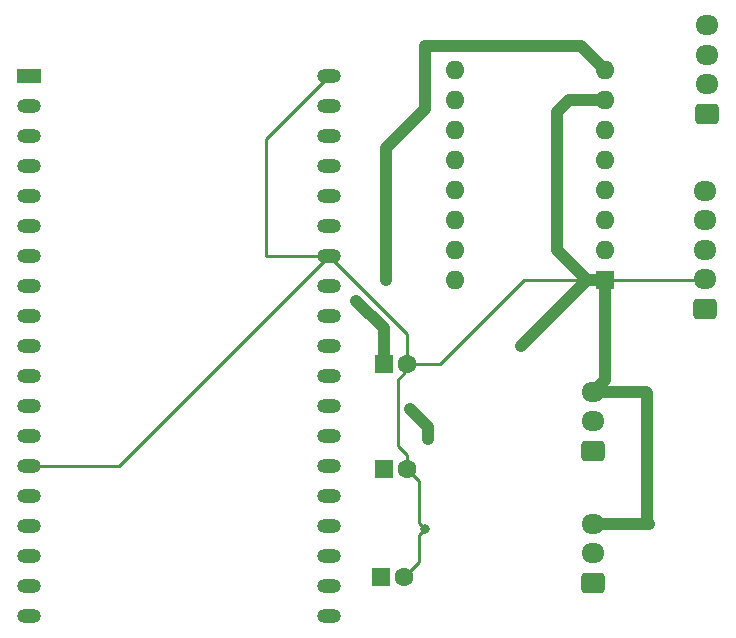
<source format=gbr>
%TF.GenerationSoftware,KiCad,Pcbnew,7.0.10*%
%TF.CreationDate,2024-01-30T21:32:49-08:00*%
%TF.ProjectId,pcb,7063622e-6b69-4636-9164-5f7063625858,rev?*%
%TF.SameCoordinates,Original*%
%TF.FileFunction,Copper,L2,Bot*%
%TF.FilePolarity,Positive*%
%FSLAX46Y46*%
G04 Gerber Fmt 4.6, Leading zero omitted, Abs format (unit mm)*
G04 Created by KiCad (PCBNEW 7.0.10) date 2024-01-30 21:32:49*
%MOMM*%
%LPD*%
G01*
G04 APERTURE LIST*
G04 Aperture macros list*
%AMRoundRect*
0 Rectangle with rounded corners*
0 $1 Rounding radius*
0 $2 $3 $4 $5 $6 $7 $8 $9 X,Y pos of 4 corners*
0 Add a 4 corners polygon primitive as box body*
4,1,4,$2,$3,$4,$5,$6,$7,$8,$9,$2,$3,0*
0 Add four circle primitives for the rounded corners*
1,1,$1+$1,$2,$3*
1,1,$1+$1,$4,$5*
1,1,$1+$1,$6,$7*
1,1,$1+$1,$8,$9*
0 Add four rect primitives between the rounded corners*
20,1,$1+$1,$2,$3,$4,$5,0*
20,1,$1+$1,$4,$5,$6,$7,0*
20,1,$1+$1,$6,$7,$8,$9,0*
20,1,$1+$1,$8,$9,$2,$3,0*%
G04 Aperture macros list end*
%TA.AperFunction,ComponentPad*%
%ADD10R,2.000000X1.200000*%
%TD*%
%TA.AperFunction,ComponentPad*%
%ADD11O,2.000000X1.200000*%
%TD*%
%TA.AperFunction,ComponentPad*%
%ADD12R,1.600000X1.600000*%
%TD*%
%TA.AperFunction,ComponentPad*%
%ADD13C,1.600000*%
%TD*%
%TA.AperFunction,ComponentPad*%
%ADD14RoundRect,0.250000X0.725000X-0.600000X0.725000X0.600000X-0.725000X0.600000X-0.725000X-0.600000X0*%
%TD*%
%TA.AperFunction,ComponentPad*%
%ADD15O,1.950000X1.700000*%
%TD*%
%TA.AperFunction,ComponentPad*%
%ADD16O,1.600000X1.600000*%
%TD*%
%TA.AperFunction,ViaPad*%
%ADD17C,0.800000*%
%TD*%
%TA.AperFunction,Conductor*%
%ADD18C,1.000000*%
%TD*%
%TA.AperFunction,Conductor*%
%ADD19C,0.250000*%
%TD*%
G04 APERTURE END LIST*
D10*
%TO.P,U1,1,3V3*%
%TO.N,Net-(A1-VDD)*%
X72390000Y-67818000D03*
D11*
%TO.P,U1,2,CHIP_PU*%
%TO.N,unconnected-(U1-CHIP_PU-Pad2)*%
X72390000Y-70358000D03*
%TO.P,U1,3,SENSOR_VP/GPIO36/ADC1_CH0*%
%TO.N,unconnected-(U1-SENSOR_VP{slash}GPIO36{slash}ADC1_CH0-Pad3)*%
X72390000Y-72898000D03*
%TO.P,U1,4,SENSOR_VN/GPIO39/ADC1_CH3*%
%TO.N,unconnected-(U1-SENSOR_VN{slash}GPIO39{slash}ADC1_CH3-Pad4)*%
X72390000Y-75438000D03*
%TO.P,U1,5,VDET_1/GPIO34/ADC1_CH6*%
%TO.N,unconnected-(U1-VDET_1{slash}GPIO34{slash}ADC1_CH6-Pad5)*%
X72390000Y-77978000D03*
%TO.P,U1,6,VDET_2/GPIO35/ADC1_CH7*%
%TO.N,unconnected-(U1-VDET_2{slash}GPIO35{slash}ADC1_CH7-Pad6)*%
X72390000Y-80518000D03*
%TO.P,U1,7,32K_XP/GPIO32/ADC1_CH4*%
%TO.N,unconnected-(U1-32K_XP{slash}GPIO32{slash}ADC1_CH4-Pad7)*%
X72390000Y-83058000D03*
%TO.P,U1,8,32K_XN/GPIO33/ADC1_CH5*%
%TO.N,unconnected-(U1-32K_XN{slash}GPIO33{slash}ADC1_CH5-Pad8)*%
X72390000Y-85598000D03*
%TO.P,U1,9,DAC_1/ADC2_CH8/GPIO25*%
%TO.N,unconnected-(U1-DAC_1{slash}ADC2_CH8{slash}GPIO25-Pad9)*%
X72390000Y-88138000D03*
%TO.P,U1,10,DAC_2/ADC2_CH9/GPIO26*%
%TO.N,unconnected-(U1-DAC_2{slash}ADC2_CH9{slash}GPIO26-Pad10)*%
X72390000Y-90678000D03*
%TO.P,U1,11,ADC2_CH7/GPIO27*%
%TO.N,unconnected-(U1-ADC2_CH7{slash}GPIO27-Pad11)*%
X72390000Y-93218000D03*
%TO.P,U1,12,MTMS/GPIO14/ADC2_CH6*%
%TO.N,Net-(A1-STEP)*%
X72390000Y-95758000D03*
%TO.P,U1,13,MTDI/GPIO12/ADC2_CH5*%
%TO.N,Net-(A1-DIR)*%
X72390000Y-98298000D03*
%TO.P,U1,14,GND*%
%TO.N,GND*%
X72390000Y-100838000D03*
%TO.P,U1,15,MTCK/GPIO13/ADC2_CH4*%
%TO.N,unconnected-(U1-MTCK{slash}GPIO13{slash}ADC2_CH4-Pad15)*%
X72390000Y-103378000D03*
%TO.P,U1,16,SD_DATA2/GPIO9*%
%TO.N,unconnected-(U1-SD_DATA2{slash}GPIO9-Pad16)*%
X72390000Y-105918000D03*
%TO.P,U1,17,SD_DATA3/GPIO10*%
%TO.N,unconnected-(U1-SD_DATA3{slash}GPIO10-Pad17)*%
X72390000Y-108458000D03*
%TO.P,U1,18,CMD*%
%TO.N,unconnected-(U1-CMD-Pad18)*%
X72390000Y-110998000D03*
%TO.P,U1,19,5V*%
%TO.N,Net-(U1-5V)*%
X72390000Y-113538000D03*
%TO.P,U1,20,SD_CLK/GPIO6*%
%TO.N,unconnected-(U1-SD_CLK{slash}GPIO6-Pad20)*%
X97786320Y-113535280D03*
%TO.P,U1,21,SD_DATA0/GPIO7*%
%TO.N,unconnected-(U1-SD_DATA0{slash}GPIO7-Pad21)*%
X97786320Y-110995280D03*
%TO.P,U1,22,SD_DATA1/GPIO8*%
%TO.N,unconnected-(U1-SD_DATA1{slash}GPIO8-Pad22)*%
X97790000Y-108458000D03*
%TO.P,U1,23,MTDO/GPIO15/ADC2_CH3*%
%TO.N,Net-(J2-Pin_3)*%
X97790000Y-105918000D03*
%TO.P,U1,24,ADC2_CH2/GPIO2*%
%TO.N,unconnected-(U1-ADC2_CH2{slash}GPIO2-Pad24)*%
X97790000Y-103378000D03*
%TO.P,U1,25,GPIO0/BOOT/ADC2_CH1*%
%TO.N,unconnected-(U1-GPIO0{slash}BOOT{slash}ADC2_CH1-Pad25)*%
X97790000Y-100838000D03*
%TO.P,U1,26,ADC2_CH0/GPIO4*%
%TO.N,Net-(J2-Pin_5)*%
X97790000Y-98298000D03*
%TO.P,U1,27,GPIO16*%
%TO.N,Net-(J2-Pin_4)*%
X97790000Y-95758000D03*
%TO.P,U1,28,GPIO17*%
%TO.N,unconnected-(U1-GPIO17-Pad28)*%
X97790000Y-93218000D03*
%TO.P,U1,29,GPIO5*%
%TO.N,unconnected-(U1-GPIO5-Pad29)*%
X97790000Y-90678000D03*
%TO.P,U1,30,GPIO18*%
%TO.N,unconnected-(U1-GPIO18-Pad30)*%
X97790000Y-88138000D03*
%TO.P,U1,31,GPIO19*%
%TO.N,unconnected-(U1-GPIO19-Pad31)*%
X97790000Y-85598000D03*
%TO.P,U1,32,GND*%
%TO.N,GND*%
X97790000Y-83058000D03*
%TO.P,U1,33,GPIO21*%
%TO.N,unconnected-(U1-GPIO21-Pad33)*%
X97790000Y-80518000D03*
%TO.P,U1,34,U0RXD/GPIO3*%
%TO.N,unconnected-(U1-U0RXD{slash}GPIO3-Pad34)*%
X97790000Y-77978000D03*
%TO.P,U1,35,U0TXD/GPIO1*%
%TO.N,unconnected-(U1-U0TXD{slash}GPIO1-Pad35)*%
X97790000Y-75438000D03*
%TO.P,U1,36,GPIO22*%
%TO.N,unconnected-(U1-GPIO22-Pad36)*%
X97790000Y-72898000D03*
%TO.P,U1,37,GPIO23*%
%TO.N,unconnected-(U1-GPIO23-Pad37)*%
X97790000Y-70358000D03*
%TO.P,U1,38,GND*%
%TO.N,GND*%
X97790000Y-67818000D03*
%TD*%
D12*
%TO.P,C2,1*%
%TO.N,Net-(U1-5V)*%
X102394000Y-101092000D03*
D13*
%TO.P,C2,2*%
%TO.N,GND*%
X104394000Y-101092000D03*
%TD*%
D12*
%TO.P,C3,1*%
%TO.N,Net-(J2-Pin_1)*%
X102140000Y-110236000D03*
D13*
%TO.P,C3,2*%
%TO.N,GND*%
X104140000Y-110236000D03*
%TD*%
D14*
%TO.P,J2,1,Pin_1*%
%TO.N,Net-(J2-Pin_1)*%
X129572000Y-87554000D03*
D15*
%TO.P,J2,2,Pin_2*%
%TO.N,GND*%
X129572000Y-85054000D03*
%TO.P,J2,3,Pin_3*%
%TO.N,Net-(J2-Pin_3)*%
X129572000Y-82554000D03*
%TO.P,J2,4,Pin_4*%
%TO.N,Net-(J2-Pin_4)*%
X129572000Y-80054000D03*
%TO.P,J2,5,Pin_5*%
%TO.N,Net-(J2-Pin_5)*%
X129572000Y-77554000D03*
%TD*%
D12*
%TO.P,A1,1,GND*%
%TO.N,GND*%
X121158000Y-85090000D03*
D16*
%TO.P,A1,2,VDD*%
%TO.N,Net-(A1-VDD)*%
X121158000Y-82550000D03*
%TO.P,A1,3,1B*%
%TO.N,Net-(A1-1B)*%
X121158000Y-80010000D03*
%TO.P,A1,4,1A*%
%TO.N,Net-(A1-1A)*%
X121158000Y-77470000D03*
%TO.P,A1,5,2A*%
%TO.N,Net-(A1-2A)*%
X121158000Y-74930000D03*
%TO.P,A1,6,2B*%
%TO.N,Net-(A1-2B)*%
X121158000Y-72390000D03*
%TO.P,A1,7,GND*%
%TO.N,GND*%
X121158000Y-69850000D03*
%TO.P,A1,8,VMOT*%
%TO.N,Net-(A1-VMOT)*%
X121158000Y-67310000D03*
%TO.P,A1,9,~{ENABLE}*%
%TO.N,unconnected-(A1-~{ENABLE}-Pad9)*%
X108458000Y-67310000D03*
%TO.P,A1,10,MS1*%
%TO.N,unconnected-(A1-MS1-Pad10)*%
X108458000Y-69850000D03*
%TO.P,A1,11,MS2*%
%TO.N,unconnected-(A1-MS2-Pad11)*%
X108458000Y-72390000D03*
%TO.P,A1,12,MS3*%
%TO.N,unconnected-(A1-MS3-Pad12)*%
X108458000Y-74930000D03*
%TO.P,A1,13,~{RESET}*%
%TO.N,Net-(A1-~{RESET})*%
X108458000Y-77470000D03*
%TO.P,A1,14,~{SLEEP}*%
X108458000Y-80010000D03*
%TO.P,A1,15,STEP*%
%TO.N,Net-(A1-STEP)*%
X108458000Y-82550000D03*
%TO.P,A1,16,DIR*%
%TO.N,Net-(A1-DIR)*%
X108458000Y-85090000D03*
%TD*%
D12*
%TO.P,C1,1*%
%TO.N,Net-(A1-VMOT)*%
X102394000Y-92202000D03*
D13*
%TO.P,C1,2*%
%TO.N,GND*%
X104394000Y-92202000D03*
%TD*%
D14*
%TO.P,J1,1,Pin_1*%
%TO.N,Net-(A1-2B)*%
X129777000Y-71060000D03*
D15*
%TO.P,J1,2,Pin_2*%
%TO.N,Net-(A1-2A)*%
X129777000Y-68560000D03*
%TO.P,J1,3,Pin_3*%
%TO.N,Net-(A1-1A)*%
X129777000Y-66060000D03*
%TO.P,J1,4,Pin_4*%
%TO.N,Net-(A1-1B)*%
X129777000Y-63560000D03*
%TD*%
D14*
%TO.P,J3,1,Pin_1*%
%TO.N,+7.5V*%
X120142000Y-99568000D03*
D15*
%TO.P,J3,2,Pin_2*%
%TO.N,unconnected-(J3-Pin_2-Pad2)*%
X120142000Y-97068000D03*
%TO.P,J3,3,Pin_3*%
%TO.N,GND*%
X120142000Y-94568000D03*
%TD*%
D14*
%TO.P,J4,1,Pin_1*%
%TO.N,+7.5V*%
X120142000Y-110744000D03*
D15*
%TO.P,J4,2,Pin_2*%
%TO.N,unconnected-(J4-Pin_2-Pad2)*%
X120142000Y-108244000D03*
%TO.P,J4,3,Pin_3*%
%TO.N,GND*%
X120142000Y-105744000D03*
%TD*%
D17*
%TO.N,GND*%
X105918000Y-106172000D03*
X114046000Y-90678000D03*
%TO.N,Net-(A1-VMOT)*%
X106172000Y-98552000D03*
X104648000Y-96012000D03*
X100076000Y-86868000D03*
X102616000Y-85090000D03*
%TD*%
D18*
%TO.N,GND*%
X119634000Y-85090000D02*
X121158000Y-85090000D01*
D19*
X97790000Y-83058000D02*
X104394000Y-89662000D01*
X104140000Y-93001999D02*
X104140000Y-92456000D01*
X80010000Y-100838000D02*
X97790000Y-83058000D01*
X105918000Y-106172000D02*
X105410000Y-105664000D01*
X105410000Y-105664000D02*
X105410000Y-102108000D01*
X104394000Y-99960630D02*
X103594001Y-99160631D01*
D18*
X120142000Y-94568000D02*
X124634000Y-94568000D01*
D19*
X72390000Y-100838000D02*
X80010000Y-100838000D01*
X105410000Y-108966000D02*
X104140000Y-110236000D01*
D18*
X124714000Y-94648000D02*
X124714000Y-105410000D01*
D19*
X121158000Y-85090000D02*
X129536000Y-85090000D01*
D18*
X124888000Y-105744000D02*
X120142000Y-105744000D01*
D19*
X103594001Y-93547998D02*
X104140000Y-93001999D01*
D18*
X124634000Y-94568000D02*
X124714000Y-94648000D01*
X117094000Y-82550000D02*
X117094000Y-70866000D01*
X121158000Y-93552000D02*
X120142000Y-94568000D01*
X118110000Y-69850000D02*
X121158000Y-69850000D01*
D19*
X92456000Y-73152000D02*
X97790000Y-67818000D01*
X104394000Y-92202000D02*
X107188000Y-92202000D01*
X104394000Y-89662000D02*
X104394000Y-92202000D01*
X92456000Y-83058000D02*
X92456000Y-73152000D01*
X124968000Y-105664000D02*
X124888000Y-105744000D01*
D18*
X119634000Y-85090000D02*
X117094000Y-82550000D01*
D19*
X114300000Y-85090000D02*
X121158000Y-85090000D01*
X104140000Y-92456000D02*
X104394000Y-92202000D01*
X105918000Y-106172000D02*
X105410000Y-106680000D01*
X104394000Y-101092000D02*
X104394000Y-99960630D01*
D18*
X121158000Y-85090000D02*
X121158000Y-93552000D01*
D19*
X124714000Y-105410000D02*
X124968000Y-105664000D01*
D18*
X117094000Y-70866000D02*
X118110000Y-69850000D01*
D19*
X129536000Y-85090000D02*
X129572000Y-85054000D01*
X105410000Y-102108000D02*
X104394000Y-101092000D01*
X97790000Y-83058000D02*
X92456000Y-83058000D01*
X103594001Y-99160631D02*
X103594001Y-93547998D01*
X107188000Y-92202000D02*
X114300000Y-85090000D01*
X105410000Y-106680000D02*
X105410000Y-108966000D01*
D18*
X114046000Y-90678000D02*
X119634000Y-85090000D01*
%TO.N,Net-(A1-VMOT)*%
X106172000Y-97536000D02*
X104648000Y-96012000D01*
X119126000Y-65278000D02*
X121158000Y-67310000D01*
X102616000Y-85090000D02*
X102616000Y-73914000D01*
X102616000Y-73914000D02*
X105918000Y-70612000D01*
X102394000Y-92202000D02*
X102394000Y-89186000D01*
X106172000Y-98552000D02*
X106172000Y-97536000D01*
X105918000Y-70612000D02*
X105918000Y-65278000D01*
X102394000Y-89186000D02*
X100076000Y-86868000D01*
X105918000Y-65278000D02*
X119126000Y-65278000D01*
%TD*%
M02*

</source>
